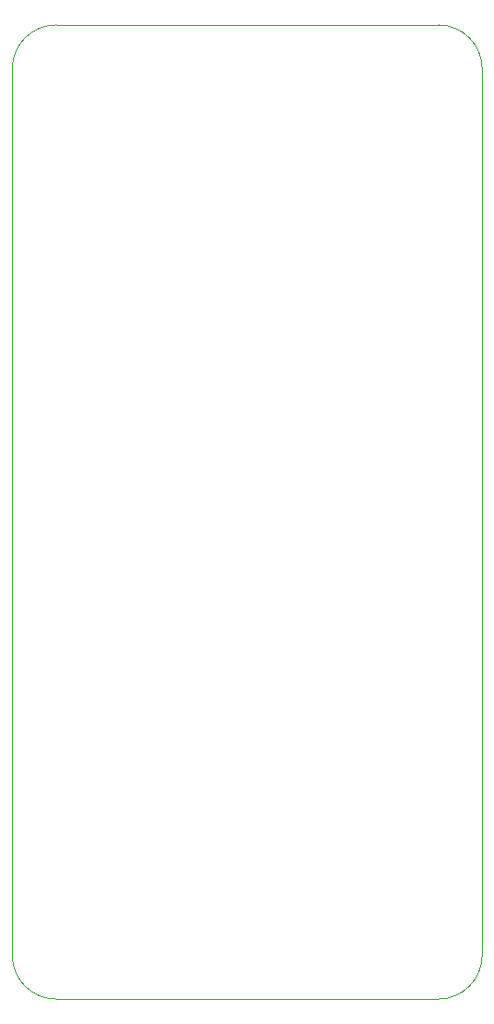
<source format=gbr>
%TF.GenerationSoftware,KiCad,Pcbnew,(6.0.2)*%
%TF.CreationDate,2022-04-29T18:18:38+02:00*%
%TF.ProjectId,reflowControllerV2,7265666c-6f77-4436-9f6e-74726f6c6c65,rev?*%
%TF.SameCoordinates,Original*%
%TF.FileFunction,Profile,NP*%
%FSLAX46Y46*%
G04 Gerber Fmt 4.6, Leading zero omitted, Abs format (unit mm)*
G04 Created by KiCad (PCBNEW (6.0.2)) date 2022-04-29 18:18:38*
%MOMM*%
%LPD*%
G01*
G04 APERTURE LIST*
%TA.AperFunction,Profile*%
%ADD10C,0.100000*%
%TD*%
G04 APERTURE END LIST*
D10*
X43000000Y-4000000D02*
G75*
G03*
X39000000Y0I-4000000J0D01*
G01*
X39000000Y-89000000D02*
X4000000Y-89000000D01*
X0Y-85000000D02*
G75*
G03*
X4000000Y-89000000I4000000J0D01*
G01*
X4000000Y0D02*
G75*
G03*
X0Y-4000000I0J-4000000D01*
G01*
X39000000Y-89000000D02*
G75*
G03*
X43000000Y-85000000I0J4000000D01*
G01*
X4000000Y0D02*
X39000000Y0D01*
X43000000Y-4000000D02*
X43000000Y-85000000D01*
X0Y-85000000D02*
X0Y-4000000D01*
M02*

</source>
